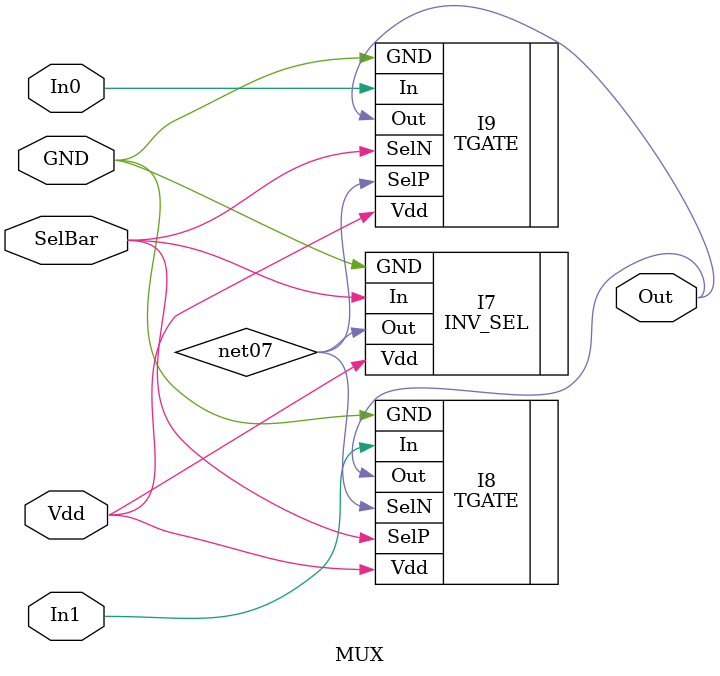
<source format=v>

module MUX (
In0,In1,GND,Out,Vdd,SelBar );
input  In0;
input  In1;
input  GND;
output  Out;
input  Vdd;
input  SelBar;
wire Vdd;
wire net07;
wire In0;
wire In1;
wire GND;
wire Out;
wire SelBar;

TGATE    
 I9  ( .Vdd( Vdd ), .In( In0 ), .SelP( net07 ), .SelN( SelBar ), .GND( GND ), .Out( Out ) );

TGATE    
 I8  ( .Vdd( Vdd ), .In( In1 ), .SelP( SelBar ), .SelN( net07 ), .GND( GND ), .Out( Out ) );

INV_SEL    
 I7  ( .Vdd( Vdd ), .In( SelBar ), .GND( GND ), .Out( net07 ) );

endmodule


</source>
